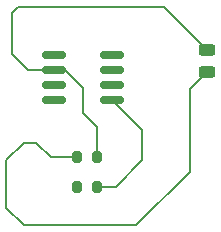
<source format=gbr>
%TF.GenerationSoftware,KiCad,Pcbnew,8.0.4*%
%TF.CreationDate,2024-09-24T22:01:12+02:00*%
%TF.ProjectId,blinker_v1_0,626c696e-6b65-4725-9f76-315f302e6b69,rev?*%
%TF.SameCoordinates,Original*%
%TF.FileFunction,Copper,L1,Top*%
%TF.FilePolarity,Positive*%
%FSLAX46Y46*%
G04 Gerber Fmt 4.6, Leading zero omitted, Abs format (unit mm)*
G04 Created by KiCad (PCBNEW 8.0.4) date 2024-09-24 22:01:12*
%MOMM*%
%LPD*%
G01*
G04 APERTURE LIST*
G04 Aperture macros list*
%AMRoundRect*
0 Rectangle with rounded corners*
0 $1 Rounding radius*
0 $2 $3 $4 $5 $6 $7 $8 $9 X,Y pos of 4 corners*
0 Add a 4 corners polygon primitive as box body*
4,1,4,$2,$3,$4,$5,$6,$7,$8,$9,$2,$3,0*
0 Add four circle primitives for the rounded corners*
1,1,$1+$1,$2,$3*
1,1,$1+$1,$4,$5*
1,1,$1+$1,$6,$7*
1,1,$1+$1,$8,$9*
0 Add four rect primitives between the rounded corners*
20,1,$1+$1,$2,$3,$4,$5,0*
20,1,$1+$1,$4,$5,$6,$7,0*
20,1,$1+$1,$6,$7,$8,$9,0*
20,1,$1+$1,$8,$9,$2,$3,0*%
G04 Aperture macros list end*
%TA.AperFunction,SMDPad,CuDef*%
%ADD10RoundRect,0.150000X-0.825000X-0.150000X0.825000X-0.150000X0.825000X0.150000X-0.825000X0.150000X0*%
%TD*%
%TA.AperFunction,SMDPad,CuDef*%
%ADD11RoundRect,0.200000X-0.200000X-0.275000X0.200000X-0.275000X0.200000X0.275000X-0.200000X0.275000X0*%
%TD*%
%TA.AperFunction,SMDPad,CuDef*%
%ADD12RoundRect,0.243750X-0.456250X0.243750X-0.456250X-0.243750X0.456250X-0.243750X0.456250X0.243750X0*%
%TD*%
%TA.AperFunction,Conductor*%
%ADD13C,0.200000*%
%TD*%
G04 APERTURE END LIST*
D10*
%TO.P,U1,1,GND*%
%TO.N,unconnected-(U1-GND-Pad1)*%
X103525000Y-57095000D03*
%TO.P,U1,2,TR*%
%TO.N,Net-(D1-K)*%
X103525000Y-58365000D03*
%TO.P,U1,3,Q*%
%TO.N,unconnected-(U1-Q-Pad3)*%
X103525000Y-59635000D03*
%TO.P,U1,4,R*%
%TO.N,unconnected-(U1-R-Pad4)*%
X103525000Y-60905000D03*
%TO.P,U1,5,CV*%
%TO.N,Net-(U1-CV)*%
X108475000Y-60905000D03*
%TO.P,U1,6,THR*%
%TO.N,unconnected-(U1-THR-Pad6)*%
X108475000Y-59635000D03*
%TO.P,U1,7,DIS*%
%TO.N,unconnected-(U1-DIS-Pad7)*%
X108475000Y-58365000D03*
%TO.P,U1,8,VCC*%
%TO.N,unconnected-(U1-VCC-Pad8)*%
X108475000Y-57095000D03*
%TD*%
D11*
%TO.P,R2,1*%
%TO.N,Net-(D1-K)*%
X105487500Y-68245000D03*
%TO.P,R2,2*%
%TO.N,Net-(U1-CV)*%
X107137500Y-68245000D03*
%TD*%
%TO.P,R1,1*%
%TO.N,Net-(D1-A)*%
X105487500Y-65735000D03*
%TO.P,R1,2*%
%TO.N,Net-(D1-K)*%
X107137500Y-65735000D03*
%TD*%
D12*
%TO.P,D1,1,K*%
%TO.N,Net-(D1-K)*%
X116500000Y-56625000D03*
%TO.P,D1,2,A*%
%TO.N,Net-(D1-A)*%
X116500000Y-58500000D03*
%TD*%
D13*
%TO.N,Net-(U1-CV)*%
X111000000Y-66000000D02*
X111000000Y-63430000D01*
X111000000Y-63430000D02*
X108475000Y-60905000D01*
X108755000Y-68245000D02*
X111000000Y-66000000D01*
X107137500Y-68245000D02*
X108755000Y-68245000D01*
%TO.N,Net-(D1-K)*%
X100500000Y-53000000D02*
X112875000Y-53000000D01*
X100000000Y-53500000D02*
X100500000Y-53000000D01*
X100000000Y-57000000D02*
X100000000Y-53500000D01*
X101365000Y-58365000D02*
X100000000Y-57000000D01*
X112875000Y-53000000D02*
X116500000Y-56625000D01*
X103525000Y-58365000D02*
X101365000Y-58365000D01*
X104500000Y-58365000D02*
X103525000Y-58365000D01*
X105067500Y-58932500D02*
X104500000Y-58365000D01*
X106000000Y-59865001D02*
X105067500Y-58932500D01*
X106000000Y-62000000D02*
X106000000Y-59865001D01*
X107137500Y-63137500D02*
X106000000Y-62000000D01*
X107137500Y-65735000D02*
X107137500Y-63137500D01*
%TO.N,Net-(D1-A)*%
X101000000Y-64500000D02*
X102000000Y-64500000D01*
X102000000Y-64500000D02*
X103235000Y-65735000D01*
X99500000Y-66000000D02*
X101000000Y-64500000D01*
X101000000Y-71500000D02*
X99500000Y-70000000D01*
X99500000Y-70000000D02*
X99500000Y-66000000D01*
X110500000Y-71500000D02*
X101000000Y-71500000D01*
X115000000Y-67000000D02*
X110500000Y-71500000D01*
X103235000Y-65735000D02*
X105487500Y-65735000D01*
X115000000Y-60000000D02*
X115000000Y-67000000D01*
X116500000Y-58500000D02*
X115000000Y-60000000D01*
%TD*%
M02*

</source>
